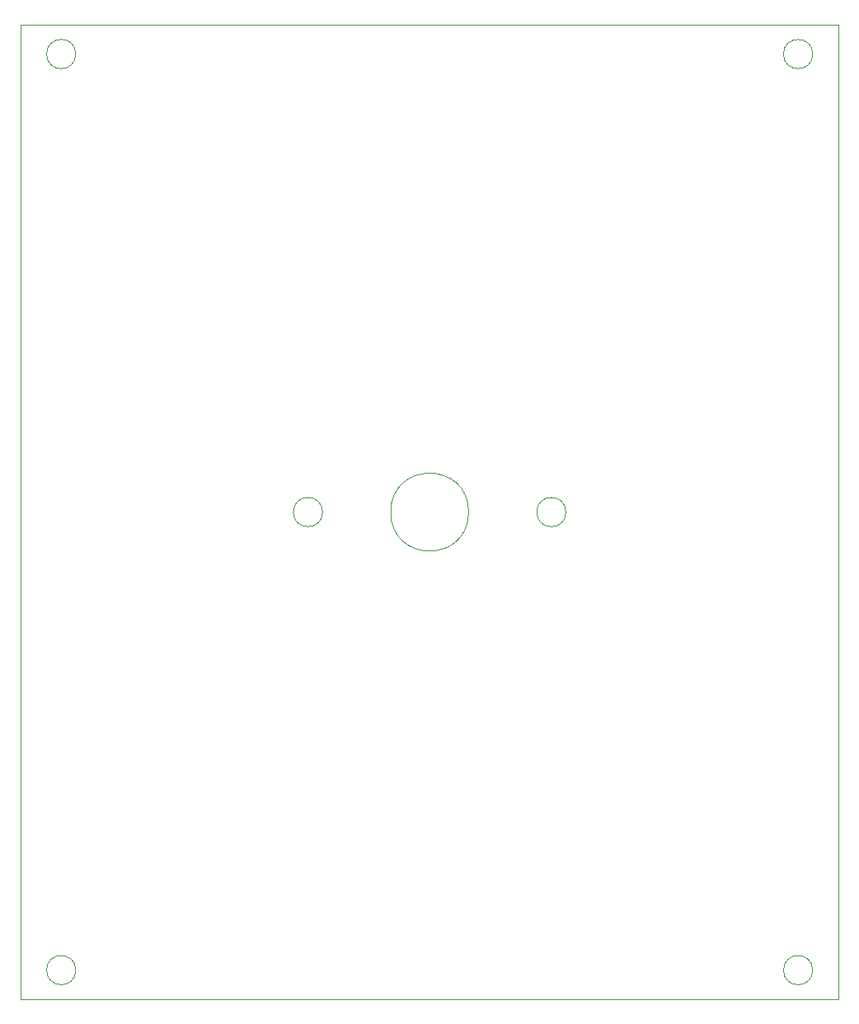
<source format=gm1>
%TF.GenerationSoftware,KiCad,Pcbnew,(5.1.9-0-10_14)*%
%TF.CreationDate,2021-08-19T21:40:44-05:00*%
%TF.ProjectId,OwlSat_Official,4f776c53-6174-45f4-9f66-66696369616c,4*%
%TF.SameCoordinates,Original*%
%TF.FileFunction,Profile,NP*%
%FSLAX46Y46*%
G04 Gerber Fmt 4.6, Leading zero omitted, Abs format (unit mm)*
G04 Created by KiCad (PCBNEW (5.1.9-0-10_14)) date 2021-08-19 21:40:44*
%MOMM*%
%LPD*%
G01*
G04 APERTURE LIST*
%TA.AperFunction,Profile*%
%ADD10C,0.050000*%
%TD*%
G04 APERTURE END LIST*
D10*
X187950000Y-141910000D02*
G75*
G03*
X187950000Y-141910000I-1500000J0D01*
G01*
X187950000Y-47910000D02*
G75*
G03*
X187950000Y-47910000I-1500000J0D01*
G01*
X112270000Y-47910000D02*
G75*
G03*
X112270000Y-47910000I-1500000J0D01*
G01*
X112270133Y-141910000D02*
G75*
G03*
X112270133Y-141910000I-1500133J0D01*
G01*
X137610000Y-94910000D02*
G75*
G03*
X137610000Y-94910000I-1500000J0D01*
G01*
X162610000Y-94910000D02*
G75*
G03*
X162610000Y-94910000I-1500000J0D01*
G01*
X152610000Y-94910000D02*
G75*
G03*
X152610000Y-94910000I-4000000J0D01*
G01*
X106610000Y-144910000D02*
X106610000Y-44910000D01*
X190610000Y-144910000D02*
X106610000Y-144910000D01*
X190610000Y-44910000D02*
X190610000Y-144910000D01*
X106610000Y-44910000D02*
X190610000Y-44910000D01*
M02*

</source>
